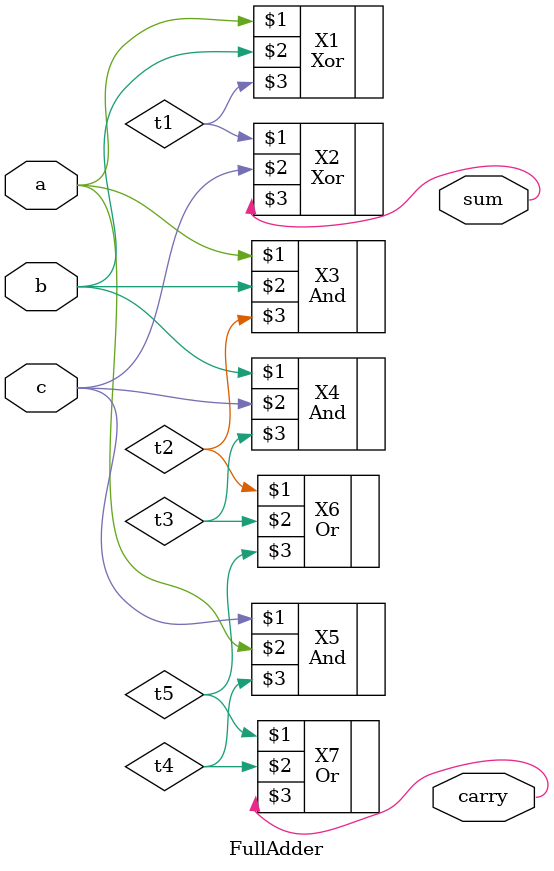
<source format=v>
`timescale 1ns / 1ps
module FullAdder(input a,b,c, 
    output sum,carry);
    wire t1,t2,t3,t4,t5;
    Xor X1(a,b,t1);
    Xor X2(t1,c,sum);
    And X3(a,b,t2);
    And X4(b,c,t3);
    And X5(c,a,t4);
    Or X6(t2,t3,t5);
    Or X7(t5,t4,carry);
endmodule
</source>
